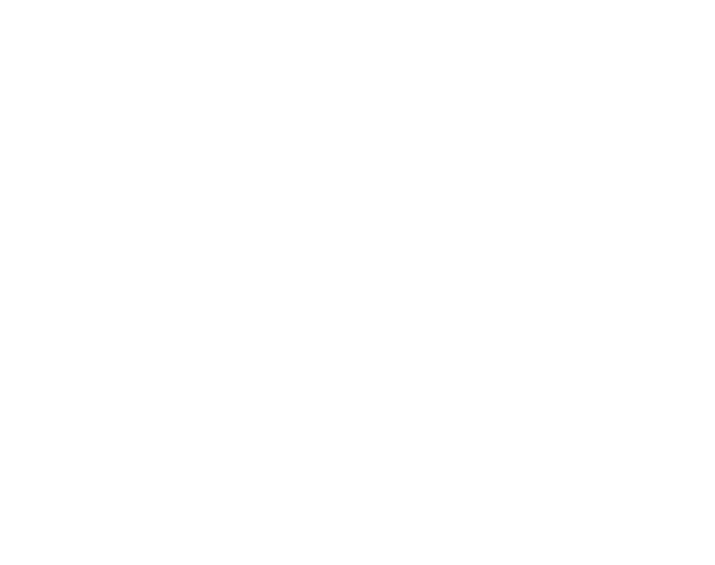
<source format=gbo>
G75*
%MOIN*%
%OFA0B0*%
%FSLAX24Y24*%
%IPPOS*%
%LPD*%
%AMOC8*
5,1,8,0,0,1.08239X$1,22.5*
%
%ADD10R,0.0157X0.0039*%
%ADD11R,0.0315X0.0039*%
%ADD12R,0.0433X0.0039*%
%ADD13R,0.0197X0.0039*%
%ADD14R,0.0512X0.0039*%
%ADD15R,0.0591X0.0039*%
%ADD16R,0.0669X0.0039*%
%ADD17R,0.0748X0.0039*%
%ADD18R,0.0630X0.0039*%
%ADD19R,0.0787X0.0039*%
%ADD20R,0.0866X0.0039*%
%ADD21R,0.0945X0.0039*%
%ADD22R,0.0827X0.0039*%
%ADD23R,0.1024X0.0039*%
%ADD24R,0.0906X0.0039*%
%ADD25R,0.1063X0.0039*%
%ADD26R,0.1457X0.0039*%
%ADD27R,0.1417X0.0039*%
%ADD28R,0.0709X0.0039*%
%ADD29R,0.1142X0.0039*%
%ADD30R,0.1220X0.0039*%
%ADD31R,0.1102X0.0039*%
%ADD32R,0.1299X0.0039*%
%ADD33R,0.1339X0.0039*%
%ADD34R,0.0984X0.0039*%
%ADD35R,0.1378X0.0039*%
%ADD36R,0.0394X0.0039*%
%ADD37R,0.0551X0.0039*%
%ADD38R,0.1181X0.0039*%
%ADD39R,0.0354X0.0039*%
%ADD40R,0.1260X0.0039*%
%ADD41R,0.0276X0.0039*%
%ADD42R,0.0472X0.0039*%
%ADD43R,0.1496X0.0039*%
%ADD44R,0.1575X0.0039*%
%ADD45R,0.1614X0.0039*%
%ADD46R,0.1693X0.0039*%
%ADD47R,0.1772X0.0039*%
%ADD48R,0.1654X0.0039*%
%ADD49R,0.1811X0.0039*%
%ADD50R,0.1890X0.0039*%
%ADD51R,0.1969X0.0039*%
%ADD52R,0.1850X0.0039*%
%ADD53R,0.2087X0.0039*%
%ADD54R,0.1929X0.0039*%
%ADD55R,0.2126X0.0039*%
%ADD56R,0.2205X0.0039*%
%ADD57R,0.2323X0.0039*%
%ADD58R,0.2165X0.0039*%
%ADD59R,0.2441X0.0039*%
%ADD60R,0.2520X0.0039*%
%ADD61R,0.2638X0.0039*%
%ADD62R,0.4016X0.0039*%
%ADD63R,0.2559X0.0039*%
%ADD64R,0.4055X0.0039*%
%ADD65R,0.2677X0.0039*%
%ADD66R,0.4134X0.0039*%
%ADD67R,0.4213X0.0039*%
%ADD68R,0.4094X0.0039*%
%ADD69R,0.4252X0.0039*%
%ADD70R,0.4291X0.0039*%
%ADD71R,0.4331X0.0039*%
%ADD72R,0.4370X0.0039*%
%ADD73R,0.4409X0.0039*%
%ADD74R,0.4449X0.0039*%
%ADD75R,0.4488X0.0039*%
%ADD76R,0.4528X0.0039*%
%ADD77R,0.4567X0.0039*%
%ADD78R,0.4606X0.0039*%
%ADD79R,0.4646X0.0039*%
%ADD80R,0.2283X0.0039*%
%ADD81R,0.1732X0.0039*%
%ADD82R,0.2047X0.0039*%
%ADD83R,0.2008X0.0039*%
%ADD84R,0.0039X0.0039*%
%ADD85R,0.0079X0.0039*%
%ADD86R,0.0118X0.0039*%
%ADD87R,0.4685X0.0039*%
%ADD88R,0.2244X0.0039*%
%ADD89R,0.2362X0.0039*%
%ADD90R,0.2756X0.0039*%
%ADD91R,0.2598X0.0039*%
%ADD92R,0.1535X0.0039*%
%ADD93R,0.2913X0.0039*%
%ADD94R,0.3071X0.0039*%
%ADD95R,0.3189X0.0039*%
%ADD96R,0.3307X0.0039*%
%ADD97R,0.3465X0.0039*%
%ADD98R,0.3622X0.0039*%
%ADD99R,0.3740X0.0039*%
%ADD100R,0.3858X0.0039*%
%ADD101R,0.4803X0.0039*%
%ADD102R,0.4961X0.0039*%
%ADD103R,0.5118X0.0039*%
%ADD104R,0.5236X0.0039*%
%ADD105R,0.5354X0.0039*%
%ADD106R,0.5512X0.0039*%
%ADD107R,0.5669X0.0039*%
%ADD108R,0.5787X0.0039*%
%ADD109R,0.5906X0.0039*%
%ADD110R,0.6063X0.0039*%
%ADD111R,0.6181X0.0039*%
%ADD112R,0.6339X0.0039*%
%ADD113R,0.6457X0.0039*%
%ADD114R,0.6614X0.0039*%
%ADD115R,0.6732X0.0039*%
%ADD116R,0.6890X0.0039*%
%ADD117R,0.7008X0.0039*%
%ADD118R,0.7165X0.0039*%
%ADD119R,0.7283X0.0039*%
%ADD120R,0.7402X0.0039*%
%ADD121R,0.7559X0.0039*%
%ADD122R,0.3543X0.0039*%
%ADD123R,0.0236X0.0039*%
%ADD124R,0.3425X0.0039*%
%ADD125R,0.3504X0.0039*%
%ADD126R,0.3583X0.0039*%
%ADD127R,0.2480X0.0039*%
%ADD128R,0.2835X0.0039*%
%ADD129R,0.2953X0.0039*%
%ADD130R,0.3661X0.0039*%
%ADD131R,0.7441X0.0039*%
%ADD132R,0.7323X0.0039*%
%ADD133R,0.7047X0.0039*%
%ADD134R,0.6772X0.0039*%
%ADD135R,0.6496X0.0039*%
%ADD136R,0.6220X0.0039*%
%ADD137R,0.5945X0.0039*%
%ADD138R,0.5827X0.0039*%
%ADD139R,0.5394X0.0039*%
%ADD140R,0.5276X0.0039*%
%ADD141R,0.4843X0.0039*%
%ADD142R,0.4724X0.0039*%
%ADD143R,0.4173X0.0039*%
%ADD144R,0.3898X0.0039*%
%ADD145R,0.3780X0.0039*%
%ADD146R,0.2795X0.0039*%
%ADD147R,0.3346X0.0039*%
%ADD148R,0.3228X0.0039*%
%ADD149R,0.2402X0.0039*%
%ADD150R,0.2874X0.0039*%
%ADD151R,0.3031X0.0039*%
%ADD152R,0.3110X0.0039*%
%ADD153R,0.3268X0.0039*%
%ADD154R,0.3819X0.0039*%
%ADD155R,0.3976X0.0039*%
%ADD156R,0.5197X0.0039*%
%ADD157R,0.5000X0.0039*%
%ADD158R,0.4921X0.0039*%
%ADD159R,0.4764X0.0039*%
%ADD160R,0.5157X0.0039*%
%ADD161R,0.3701X0.0039*%
%ADD162R,0.2717X0.0039*%
%ADD163R,0.5039X0.0039*%
D10*
X015711Y012778D03*
X018703Y003211D03*
D11*
X018703Y003250D03*
X017994Y003368D03*
X018073Y004156D03*
X018073Y004195D03*
X018073Y004234D03*
X018073Y004274D03*
X018073Y004510D03*
X018073Y004549D03*
X018073Y004589D03*
X018073Y004628D03*
X018073Y004668D03*
X018624Y004589D03*
X018624Y004549D03*
X018624Y004510D03*
X018624Y004471D03*
X018624Y004116D03*
X018624Y004077D03*
X018624Y004038D03*
X022994Y009707D03*
X022994Y009746D03*
X022994Y009786D03*
X022994Y009825D03*
X022994Y009864D03*
X022994Y009904D03*
X022994Y009943D03*
X022994Y009983D03*
X016262Y013132D03*
X014412Y015297D03*
X014372Y015376D03*
X014333Y015455D03*
X014412Y017227D03*
X014451Y017305D03*
X014490Y017345D03*
X016105Y020140D03*
X016144Y020219D03*
X016183Y020297D03*
X011183Y020376D03*
X011105Y020258D03*
X009490Y017463D03*
X009451Y017384D03*
X009412Y017305D03*
X009333Y015337D03*
X009412Y015219D03*
X010986Y012502D03*
X011026Y012423D03*
X013703Y010101D03*
X013703Y010061D03*
X013703Y010022D03*
X013703Y009983D03*
X013703Y009943D03*
X013703Y009904D03*
X013703Y009864D03*
X013703Y009825D03*
X013703Y009786D03*
D12*
X013762Y009510D03*
X013762Y009471D03*
X013762Y010297D03*
X013841Y010927D03*
X011242Y012148D03*
X010888Y012738D03*
X010888Y012778D03*
X009589Y014983D03*
X009234Y015573D03*
X009234Y015612D03*
X009353Y017109D03*
X009353Y017148D03*
X009668Y017699D03*
X009707Y017738D03*
X011006Y019983D03*
X011006Y020022D03*
X011360Y020612D03*
X014589Y017620D03*
X014589Y017581D03*
X014116Y015731D03*
X014156Y015691D03*
X014471Y015140D03*
X014471Y015101D03*
X015888Y019864D03*
X015927Y019904D03*
X016242Y020455D03*
X016242Y020494D03*
X016990Y020573D03*
X022935Y010179D03*
X022935Y009392D03*
X022935Y009353D03*
X018683Y004825D03*
X018014Y004904D03*
X018014Y004943D03*
X018014Y003998D03*
X017975Y003408D03*
X018723Y003290D03*
X018683Y003880D03*
X010809Y004195D03*
X010809Y004234D03*
X010809Y004274D03*
X010809Y004313D03*
X010809Y004353D03*
X010809Y004392D03*
X010809Y004431D03*
X010809Y004471D03*
X010809Y004510D03*
X010809Y004549D03*
X010809Y004589D03*
X010809Y004628D03*
X010809Y004668D03*
X010809Y004707D03*
X010809Y004746D03*
X010809Y004786D03*
X010809Y004825D03*
X010809Y004864D03*
X010809Y004904D03*
X010809Y004943D03*
X010809Y004983D03*
X010809Y005022D03*
X010809Y005061D03*
X010809Y005101D03*
X010809Y005140D03*
X010809Y005179D03*
X010809Y005219D03*
X010809Y005258D03*
X010809Y005297D03*
X010809Y005337D03*
X010809Y005376D03*
X010809Y005416D03*
X010809Y005455D03*
X010809Y005494D03*
X010809Y005534D03*
X010809Y005573D03*
X010809Y005612D03*
X009825Y005612D03*
X009825Y005573D03*
X009825Y005534D03*
X009825Y005494D03*
X009825Y005455D03*
X009825Y005416D03*
X009825Y005376D03*
X009825Y005337D03*
X009825Y005297D03*
X009825Y005258D03*
X009825Y005219D03*
X009825Y005179D03*
X009825Y005140D03*
X009825Y005101D03*
X009825Y005061D03*
X009825Y005022D03*
X009825Y004983D03*
X009825Y004943D03*
X009825Y004904D03*
X009825Y004864D03*
X009825Y004825D03*
X009825Y004786D03*
X009825Y004746D03*
X009825Y004707D03*
X009825Y004668D03*
X009825Y004628D03*
X009825Y004589D03*
X009825Y004549D03*
X009825Y004510D03*
X009825Y004471D03*
X009825Y004431D03*
X009825Y004392D03*
X009825Y004353D03*
X009825Y004313D03*
X009825Y004274D03*
X009825Y004234D03*
X009825Y004195D03*
X007148Y004195D03*
X007148Y004234D03*
X007148Y004274D03*
X007148Y004313D03*
X007148Y004353D03*
X007148Y004392D03*
X007148Y004431D03*
X007148Y004471D03*
X007148Y004510D03*
X007148Y004549D03*
X007148Y004589D03*
X007148Y004628D03*
X007148Y004668D03*
X007148Y004707D03*
X007148Y004746D03*
X007148Y004786D03*
X007148Y004825D03*
X007148Y004864D03*
X007148Y004904D03*
X007148Y004943D03*
X007148Y004983D03*
X007148Y005022D03*
X007148Y005061D03*
X007148Y005101D03*
X007148Y005140D03*
X007148Y005179D03*
X007148Y005219D03*
X007148Y005258D03*
X007148Y005297D03*
X007148Y005337D03*
X007148Y005376D03*
X007148Y005416D03*
X007148Y005455D03*
X007148Y005494D03*
X007148Y005534D03*
X007148Y005573D03*
X007148Y005612D03*
X007148Y005652D03*
X007148Y005691D03*
X007148Y005731D03*
X007148Y005770D03*
X007148Y005809D03*
X007148Y005849D03*
X007148Y005888D03*
X007148Y005927D03*
X007148Y005967D03*
X007148Y006006D03*
X007148Y006046D03*
X007148Y006085D03*
X007148Y006124D03*
X007502Y006951D03*
X007502Y006990D03*
X007502Y007030D03*
X007502Y007069D03*
X007502Y007109D03*
X007502Y007148D03*
X007502Y007187D03*
X007502Y007227D03*
X007502Y007266D03*
X007502Y007305D03*
X007502Y007345D03*
X007502Y007384D03*
X007502Y007423D03*
X007502Y007463D03*
X007502Y007502D03*
X007502Y007542D03*
X007502Y007581D03*
X007502Y007620D03*
X007502Y007660D03*
X007502Y007699D03*
X007502Y007738D03*
X007502Y007778D03*
X007502Y007817D03*
X007502Y007857D03*
X007502Y007896D03*
X007502Y007935D03*
X007502Y007975D03*
X007502Y008014D03*
X007502Y008053D03*
X007502Y008093D03*
X008250Y007502D03*
X008250Y007463D03*
X009825Y007463D03*
X009825Y007502D03*
X009825Y007542D03*
X009825Y007581D03*
X009825Y007620D03*
X009825Y007660D03*
X009825Y007699D03*
X009825Y007738D03*
X009825Y007778D03*
X009825Y007817D03*
X009825Y007857D03*
X009825Y007896D03*
X009825Y007935D03*
X009825Y007975D03*
X009825Y008014D03*
X009825Y008053D03*
X009825Y008093D03*
X009825Y008132D03*
X009825Y008171D03*
X009825Y008211D03*
X009825Y008250D03*
X009825Y008290D03*
X009825Y008329D03*
X009825Y008368D03*
X009825Y008408D03*
X009825Y008447D03*
X009825Y008486D03*
X009825Y008526D03*
X009825Y008565D03*
X009825Y008605D03*
X009825Y008644D03*
X009825Y008683D03*
X009825Y008723D03*
X009825Y008762D03*
X009825Y008801D03*
X009825Y008841D03*
X009825Y008880D03*
X010809Y008880D03*
X010809Y008841D03*
X010809Y008801D03*
X010809Y008762D03*
X010809Y008723D03*
X010809Y008683D03*
X010809Y008644D03*
X010809Y008605D03*
X010809Y008565D03*
X010809Y008526D03*
X010809Y008486D03*
X010809Y008447D03*
X010809Y008408D03*
X010809Y008368D03*
X010809Y008329D03*
X010809Y008290D03*
X010809Y008250D03*
X010809Y008211D03*
X010809Y008171D03*
X010809Y008132D03*
X010809Y008093D03*
X010809Y008053D03*
X010809Y008014D03*
X010809Y007975D03*
X010809Y007935D03*
X010809Y007896D03*
X010809Y007857D03*
X010809Y007817D03*
X010809Y007778D03*
X010809Y007738D03*
X010809Y007699D03*
X010809Y007660D03*
X010809Y007620D03*
X010809Y007581D03*
X010809Y007542D03*
X010809Y007502D03*
X010809Y007463D03*
X007502Y009392D03*
X003762Y008880D03*
X003762Y008841D03*
X003762Y008801D03*
X003762Y008762D03*
X003762Y008723D03*
X003762Y008683D03*
X003762Y008644D03*
X003762Y008605D03*
X003762Y008565D03*
X003762Y008526D03*
X003762Y008486D03*
X003762Y008447D03*
X003762Y008408D03*
X003762Y008368D03*
X003762Y008329D03*
X003762Y008290D03*
X003762Y008250D03*
X003762Y008211D03*
X003762Y008171D03*
X003762Y008132D03*
X003762Y008093D03*
X003762Y008053D03*
X003762Y008014D03*
X003762Y007975D03*
X003762Y007935D03*
X003762Y007896D03*
X003762Y007857D03*
X003762Y007817D03*
X003762Y007778D03*
X003762Y007738D03*
X003762Y007699D03*
X003762Y007660D03*
X003762Y007620D03*
X003762Y007581D03*
X003762Y007542D03*
X003762Y007502D03*
X003762Y007463D03*
X002778Y007463D03*
X002778Y007502D03*
X002778Y007542D03*
X002778Y007581D03*
X002778Y007620D03*
X002778Y007660D03*
X002778Y007699D03*
X002778Y007738D03*
X002778Y007778D03*
X002778Y007817D03*
X002778Y007857D03*
X002778Y007896D03*
X002778Y007935D03*
X002778Y007975D03*
X002778Y008014D03*
X002778Y008053D03*
X002778Y008093D03*
X002778Y008132D03*
X002778Y008171D03*
X002778Y008211D03*
X002778Y008250D03*
X002778Y008290D03*
X002778Y008329D03*
X002778Y008368D03*
X002778Y008408D03*
X002778Y008447D03*
X002778Y008486D03*
X002778Y008526D03*
X002778Y008565D03*
X002778Y008605D03*
X002778Y008644D03*
X002778Y008683D03*
X002778Y008723D03*
X002778Y008762D03*
X002778Y008801D03*
X002778Y008841D03*
X002778Y008880D03*
D13*
X008250Y007227D03*
X008250Y007187D03*
X016242Y013093D03*
X018014Y003329D03*
D14*
X017935Y003447D03*
X017975Y003959D03*
X018723Y003841D03*
X018762Y003329D03*
X018723Y004943D03*
X017975Y005061D03*
X018447Y008880D03*
X015691Y012935D03*
X014510Y014983D03*
X014116Y016912D03*
X014628Y017738D03*
X016282Y020612D03*
X016990Y020534D03*
X016990Y020494D03*
X011479Y020691D03*
X009786Y017817D03*
X009313Y017030D03*
X011360Y012030D03*
X013801Y010376D03*
X013801Y009353D03*
X013801Y009313D03*
X008959Y009313D03*
X008959Y009274D03*
X007542Y009274D03*
X007542Y009234D03*
X008250Y007620D03*
X008250Y007581D03*
X008250Y007542D03*
X005809Y009274D03*
X005809Y009313D03*
X005297Y008329D03*
X005297Y008290D03*
X005258Y008250D03*
X005258Y008211D03*
X005219Y008171D03*
X005219Y008132D03*
X005179Y008093D03*
X005179Y008053D03*
X005140Y008014D03*
X004628Y007069D03*
X004628Y007030D03*
X022896Y009234D03*
X022896Y010258D03*
D15*
X021951Y010258D03*
X021872Y010219D03*
X021754Y010140D03*
X022857Y009116D03*
X018762Y005061D03*
X017935Y005140D03*
X017109Y003959D03*
X017030Y003998D03*
X016951Y004038D03*
X016872Y004077D03*
X016833Y004116D03*
X018762Y003368D03*
X019668Y003880D03*
X019786Y003959D03*
X013841Y009234D03*
X014746Y010376D03*
X014864Y010297D03*
X014943Y010258D03*
X014983Y010219D03*
X015652Y012975D03*
X016321Y013250D03*
X014510Y014904D03*
X014510Y014943D03*
X013959Y015849D03*
X014628Y017817D03*
X015731Y019746D03*
X016282Y020652D03*
X016282Y020691D03*
X016990Y020455D03*
X016990Y020416D03*
X009313Y016951D03*
X011479Y011951D03*
X008920Y009116D03*
X008920Y009077D03*
X007581Y009077D03*
X007581Y009038D03*
X008250Y007699D03*
X008250Y007660D03*
X005770Y009116D03*
X005770Y009156D03*
X004668Y007187D03*
X004668Y007148D03*
D16*
X004707Y007305D03*
X004707Y007345D03*
X005731Y008959D03*
X005731Y008998D03*
X007620Y008920D03*
X007620Y008880D03*
X007620Y008841D03*
X008250Y007778D03*
X008250Y007738D03*
X008880Y008880D03*
X008880Y008920D03*
X012148Y006124D03*
X012148Y003683D03*
X016715Y004195D03*
X017896Y003526D03*
X018801Y003408D03*
X018801Y005140D03*
X017896Y005219D03*
X013880Y009156D03*
X015101Y010140D03*
X016360Y013290D03*
X014510Y014864D03*
X014628Y017857D03*
X015691Y019707D03*
X016282Y020731D03*
X016990Y020376D03*
X016990Y020337D03*
X009786Y014825D03*
X010888Y012975D03*
X002975Y006124D03*
X002975Y003683D03*
X021597Y010022D03*
X021636Y010061D03*
X022069Y010297D03*
X022817Y010297D03*
X022817Y009038D03*
D17*
X022778Y008959D03*
X021479Y009943D03*
X018841Y005179D03*
X017857Y005297D03*
X017857Y003565D03*
X018841Y003447D03*
X020061Y004156D03*
X015179Y010061D03*
X013920Y009077D03*
X012148Y006085D03*
X012148Y003723D03*
X008250Y007857D03*
X007660Y008683D03*
X007660Y008723D03*
X008841Y008723D03*
X008841Y008683D03*
X005691Y008841D03*
X004746Y007502D03*
X004746Y007463D03*
X002975Y006085D03*
X002975Y003723D03*
X010888Y013014D03*
X009864Y014786D03*
X009234Y015888D03*
X009353Y016833D03*
X011006Y019707D03*
X015612Y019668D03*
X016990Y020297D03*
X016360Y013329D03*
D18*
X015593Y013014D03*
X013900Y010849D03*
X015042Y010179D03*
X013860Y009195D03*
X010868Y012935D03*
X009215Y015809D03*
X009333Y016912D03*
X009884Y017896D03*
X010986Y019786D03*
X011577Y020770D03*
X013979Y016833D03*
X013900Y015888D03*
X008900Y009038D03*
X008900Y008998D03*
X008900Y008959D03*
X007601Y008959D03*
X007601Y008998D03*
X005750Y009038D03*
X005750Y009077D03*
X004687Y007266D03*
X004687Y007227D03*
X016774Y004156D03*
X017916Y003486D03*
X019569Y003841D03*
X019845Y003998D03*
X019923Y004038D03*
X019963Y004077D03*
X018782Y005101D03*
X017916Y005179D03*
X021695Y010101D03*
X022797Y010731D03*
X022837Y009077D03*
D19*
X022758Y008920D03*
X021459Y009904D03*
X022719Y010652D03*
X018427Y008920D03*
X015238Y010022D03*
X013939Y010770D03*
X013939Y009038D03*
X010317Y009353D03*
X008821Y008644D03*
X008821Y008605D03*
X008821Y008565D03*
X008231Y007896D03*
X007679Y008565D03*
X007679Y008605D03*
X007679Y008644D03*
X005671Y008762D03*
X005671Y008801D03*
X004766Y007581D03*
X004766Y007542D03*
X003270Y006990D03*
X003270Y009353D03*
X010317Y006990D03*
X010317Y006085D03*
X010317Y003723D03*
X016577Y004313D03*
X017837Y005337D03*
X018860Y005219D03*
X020120Y004195D03*
X020160Y004234D03*
X018860Y003486D03*
D20*
X018900Y003526D03*
X020199Y004274D03*
X018900Y005258D03*
X017797Y005376D03*
X021341Y009825D03*
X022719Y010612D03*
X022719Y008880D03*
X013979Y010731D03*
X010908Y013053D03*
X010317Y009274D03*
X008782Y008447D03*
X008782Y008408D03*
X008782Y008368D03*
X008231Y008014D03*
X007719Y008408D03*
X007719Y008447D03*
X005632Y008605D03*
X005632Y008644D03*
X004805Y007738D03*
X004805Y007699D03*
X003270Y007069D03*
X003270Y009274D03*
X010317Y007069D03*
X010317Y006006D03*
X010317Y003801D03*
X009372Y016794D03*
X011026Y019668D03*
D21*
X014530Y017975D03*
X016420Y013408D03*
X014018Y010691D03*
X015435Y009864D03*
X017758Y005416D03*
X018939Y005297D03*
X020317Y004353D03*
X018939Y003565D03*
X017758Y003683D03*
X016380Y004471D03*
X021262Y009746D03*
X021301Y009786D03*
X022679Y010573D03*
X022679Y008841D03*
X010317Y009234D03*
X008742Y008250D03*
X007758Y008250D03*
X007758Y008290D03*
X005593Y008447D03*
X005593Y008486D03*
X004845Y007896D03*
X004845Y007857D03*
X003270Y007109D03*
X003270Y009234D03*
X010317Y007109D03*
X010317Y005967D03*
X010317Y003841D03*
D22*
X010297Y003762D03*
X012148Y003762D03*
X012148Y006046D03*
X010297Y006046D03*
X010297Y007030D03*
X008801Y008486D03*
X008801Y008526D03*
X008250Y007975D03*
X008250Y007935D03*
X007699Y008486D03*
X007699Y008526D03*
X005652Y008683D03*
X005652Y008723D03*
X004786Y007660D03*
X004786Y007620D03*
X003250Y007030D03*
X002975Y006046D03*
X002975Y003762D03*
X003250Y009313D03*
X009274Y015927D03*
X014471Y014786D03*
X016400Y013368D03*
X018447Y013801D03*
X015297Y009983D03*
X013959Y008998D03*
X010297Y009313D03*
X016479Y004392D03*
X016518Y004353D03*
X017817Y003605D03*
X021400Y009864D03*
X014589Y017935D03*
X016990Y020219D03*
X016990Y020258D03*
X016242Y020809D03*
D23*
X017010Y020061D03*
X018427Y013762D03*
X016459Y013447D03*
X015475Y009825D03*
X014057Y008920D03*
X010317Y009195D03*
X010317Y007148D03*
X010317Y005927D03*
X010317Y003880D03*
X004884Y007975D03*
X003270Y007148D03*
X003270Y009195D03*
X016301Y004549D03*
X016341Y004510D03*
X017719Y003723D03*
X018979Y003605D03*
X020396Y004431D03*
X022640Y008801D03*
X021223Y009707D03*
X022640Y010534D03*
D24*
X020258Y004313D03*
X017778Y003644D03*
X016439Y004431D03*
X012148Y003801D03*
X012148Y006006D03*
X013998Y008959D03*
X015337Y009943D03*
X015376Y009904D03*
X008762Y008329D03*
X008762Y008290D03*
X008250Y008053D03*
X007738Y008329D03*
X007738Y008368D03*
X005612Y008526D03*
X005612Y008565D03*
X004825Y007817D03*
X004825Y007778D03*
X002975Y006006D03*
X002975Y003801D03*
X010061Y017975D03*
X016990Y020140D03*
X016990Y020179D03*
D25*
X016990Y020022D03*
X014392Y014746D03*
X011006Y013093D03*
X014077Y010612D03*
X015494Y009786D03*
X012345Y009392D03*
X012345Y006951D03*
X012148Y005927D03*
X012148Y003880D03*
X018998Y003644D03*
X021164Y009668D03*
X002975Y005927D03*
X002975Y003880D03*
D26*
X001164Y003683D03*
X001164Y003723D03*
X001164Y003762D03*
X001164Y003801D03*
X001164Y003841D03*
X001164Y003880D03*
X001164Y003920D03*
X001164Y003959D03*
X001164Y003998D03*
X001164Y004038D03*
X001164Y004077D03*
X001164Y004116D03*
X001164Y004156D03*
X001164Y005652D03*
X001164Y005691D03*
X001164Y005731D03*
X001164Y005770D03*
X001164Y005809D03*
X001164Y005849D03*
X001164Y005888D03*
X001164Y005927D03*
X001164Y005967D03*
X001164Y006006D03*
X001164Y006046D03*
X001164Y006085D03*
X001164Y006124D03*
X002975Y005691D03*
X002975Y005652D03*
X002975Y004156D03*
X002975Y004116D03*
X004825Y004116D03*
X004825Y004077D03*
X004825Y004038D03*
X004825Y003998D03*
X004825Y003959D03*
X004825Y003920D03*
X004825Y003880D03*
X004825Y003841D03*
X004825Y003801D03*
X004825Y003762D03*
X004825Y003723D03*
X004825Y003683D03*
X004825Y004156D03*
X004825Y005652D03*
X004825Y005691D03*
X004825Y005731D03*
X004825Y005770D03*
X004825Y005809D03*
X004825Y005849D03*
X004825Y005888D03*
X004825Y005927D03*
X004825Y005967D03*
X004825Y006006D03*
X004825Y006046D03*
X004825Y006085D03*
X004825Y006124D03*
X008486Y004156D03*
X008486Y004116D03*
X008486Y004077D03*
X008486Y004038D03*
X008486Y003998D03*
X008486Y003959D03*
X008486Y003920D03*
X008486Y003880D03*
X008486Y003841D03*
X008486Y003801D03*
X008486Y003762D03*
X008486Y003723D03*
X008486Y003683D03*
X012148Y004077D03*
X012148Y004116D03*
X012148Y004156D03*
X012148Y005652D03*
X012148Y005691D03*
X012148Y005731D03*
X012148Y007345D03*
X012148Y007384D03*
X012148Y007423D03*
X012148Y008920D03*
X012148Y008959D03*
X012148Y008998D03*
X008486Y008093D03*
X015809Y009510D03*
X016557Y013644D03*
X020888Y009392D03*
X016990Y019668D03*
X016990Y019707D03*
D27*
X016538Y013605D03*
X018427Y013644D03*
X015750Y009549D03*
X014254Y010416D03*
X012168Y009038D03*
X012168Y007305D03*
X010317Y007345D03*
X010317Y007384D03*
X010317Y007423D03*
X010317Y008920D03*
X010317Y008959D03*
X010317Y008998D03*
X010317Y005731D03*
X010317Y005691D03*
X010317Y005652D03*
X010317Y004156D03*
X010317Y004116D03*
X010317Y004077D03*
X006656Y004077D03*
X006656Y004038D03*
X006656Y003998D03*
X006656Y003959D03*
X006656Y003920D03*
X006656Y003880D03*
X006656Y003841D03*
X006656Y003801D03*
X006656Y003762D03*
X006656Y003723D03*
X006656Y003683D03*
X006656Y004116D03*
X006656Y004156D03*
X003270Y007345D03*
X003270Y007384D03*
X003270Y007423D03*
X003270Y008920D03*
X003270Y008959D03*
X003270Y008998D03*
X002994Y005731D03*
X002994Y004077D03*
X016026Y004825D03*
X018427Y009077D03*
X020947Y009431D03*
X020671Y004707D03*
D28*
X020002Y004116D03*
X017876Y005258D03*
X016656Y004234D03*
X016616Y004274D03*
X013900Y009116D03*
X015160Y010101D03*
X013939Y010809D03*
X011577Y011912D03*
X010317Y009392D03*
X008860Y008841D03*
X008860Y008801D03*
X008860Y008762D03*
X008231Y007817D03*
X007640Y008762D03*
X007640Y008801D03*
X005711Y008880D03*
X005711Y008920D03*
X004727Y007423D03*
X004727Y007384D03*
X003270Y006951D03*
X002601Y005140D03*
X002601Y005101D03*
X002601Y005061D03*
X002601Y005022D03*
X002601Y004983D03*
X002601Y004943D03*
X002601Y004904D03*
X002601Y004864D03*
X002601Y004825D03*
X002601Y004786D03*
X002601Y004746D03*
X002601Y004707D03*
X002601Y004668D03*
X003270Y009392D03*
X009215Y015849D03*
X009333Y016872D03*
X009963Y017935D03*
X010986Y019746D03*
X011656Y020809D03*
X014609Y017896D03*
X013900Y016794D03*
X013821Y015927D03*
X014490Y014825D03*
X015514Y013053D03*
X021538Y009983D03*
X022758Y010691D03*
X022797Y008998D03*
X016262Y020770D03*
X010317Y006951D03*
X010317Y006124D03*
X010317Y003683D03*
D29*
X012148Y003920D03*
X012148Y005888D03*
X012305Y007030D03*
X012305Y009313D03*
X014116Y010573D03*
X018447Y008998D03*
X021124Y009628D03*
X022581Y010455D03*
X020455Y004510D03*
X019038Y003683D03*
X017660Y003801D03*
X002975Y003920D03*
X002975Y005888D03*
X016990Y019943D03*
X016990Y019983D03*
D30*
X016990Y019904D03*
X016990Y019864D03*
X016479Y013526D03*
X014156Y010534D03*
X015652Y009668D03*
X012266Y009234D03*
X012266Y007109D03*
X012148Y005849D03*
X012148Y003959D03*
X016164Y004668D03*
X017620Y003841D03*
X019077Y003723D03*
X021046Y009549D03*
X022542Y010416D03*
X004943Y005140D03*
X004943Y005101D03*
X004943Y005061D03*
X004943Y005022D03*
X004943Y004983D03*
X004943Y004943D03*
X004943Y004904D03*
X004943Y004864D03*
X004943Y004825D03*
X004943Y004786D03*
X004943Y004746D03*
X004943Y004707D03*
X004943Y004668D03*
X002975Y003959D03*
X001282Y004668D03*
X001282Y004707D03*
X001282Y004746D03*
X001282Y004786D03*
X001282Y004825D03*
X001282Y004864D03*
X001282Y004904D03*
X001282Y004943D03*
X001282Y004983D03*
X001282Y005022D03*
X001282Y005061D03*
X001282Y005101D03*
X001282Y005140D03*
X002975Y005849D03*
D31*
X003270Y007187D03*
X003270Y009156D03*
X010317Y009156D03*
X010317Y007187D03*
X010317Y005888D03*
X010317Y003920D03*
X012325Y006990D03*
X012325Y009353D03*
X015553Y009746D03*
X016459Y013486D03*
X022601Y010494D03*
X020435Y004471D03*
X017679Y003762D03*
X016262Y004589D03*
D32*
X017581Y003880D03*
X019116Y003762D03*
X021006Y009510D03*
X022502Y010376D03*
X018447Y013683D03*
X016518Y013565D03*
X012227Y009156D03*
X012227Y007187D03*
X012148Y005809D03*
X012148Y003998D03*
X002975Y003998D03*
X002975Y005809D03*
X016990Y019825D03*
D33*
X014215Y010455D03*
X015711Y009589D03*
X012207Y009116D03*
X012207Y007227D03*
X010317Y007305D03*
X010317Y005770D03*
X010317Y004038D03*
X010317Y009038D03*
X016105Y004746D03*
X019136Y003801D03*
X020593Y004628D03*
X020986Y009471D03*
X022483Y010337D03*
X003270Y009038D03*
X003270Y007305D03*
D34*
X002975Y005967D03*
X004864Y007935D03*
X005573Y008368D03*
X005573Y008408D03*
X002975Y003841D03*
X012148Y003841D03*
X012148Y005967D03*
X014038Y010652D03*
X018447Y008959D03*
X020337Y004392D03*
X016990Y020101D03*
D35*
X016990Y019786D03*
X016990Y019746D03*
X012187Y009077D03*
X012187Y007266D03*
X012148Y005770D03*
X012148Y004038D03*
X016046Y004786D03*
X017542Y003920D03*
X020612Y004668D03*
X002975Y004038D03*
X002975Y005770D03*
D36*
X010908Y012660D03*
X010908Y012699D03*
X011183Y012187D03*
X013821Y010967D03*
X013742Y010258D03*
X013742Y009589D03*
X013742Y009549D03*
X015750Y012857D03*
X014451Y015179D03*
X014451Y015219D03*
X014215Y015612D03*
X014175Y015652D03*
X014254Y017030D03*
X014294Y017069D03*
X014333Y017109D03*
X014569Y017542D03*
X015947Y019943D03*
X015986Y019983D03*
X016223Y020376D03*
X016223Y020416D03*
X011341Y020573D03*
X011301Y020534D03*
X011262Y020494D03*
X011026Y020061D03*
X009648Y017660D03*
X009609Y017620D03*
X009372Y017227D03*
X009372Y017187D03*
X009254Y015534D03*
X009490Y015101D03*
X009530Y015061D03*
X009569Y015022D03*
X018034Y004864D03*
X018034Y004825D03*
X018664Y004786D03*
X018664Y004746D03*
X018664Y004707D03*
X018034Y004038D03*
X018664Y003920D03*
X022955Y009431D03*
X022955Y009471D03*
X022955Y009510D03*
X022955Y010140D03*
X022876Y010849D03*
D37*
X022837Y010770D03*
X021813Y010179D03*
X022876Y009195D03*
X022876Y009156D03*
X018742Y005022D03*
X018742Y004983D03*
X017955Y005101D03*
X019727Y003920D03*
X013821Y009274D03*
X014805Y010337D03*
X013860Y010888D03*
X011420Y011990D03*
X010868Y012857D03*
X010868Y012896D03*
X009727Y014864D03*
X009687Y014904D03*
X009215Y015731D03*
X009215Y015770D03*
X009333Y016990D03*
X009845Y017857D03*
X010986Y019825D03*
X010986Y019864D03*
X011498Y020731D03*
X014609Y017778D03*
X014057Y016872D03*
X014018Y015809D03*
X015790Y019786D03*
X018427Y013841D03*
X008939Y009234D03*
X008939Y009195D03*
X008939Y009156D03*
X007561Y009156D03*
X007561Y009195D03*
X007561Y009116D03*
X005790Y009195D03*
X005790Y009234D03*
X004648Y007109D03*
D38*
X003270Y007227D03*
X003270Y009116D03*
X010317Y009116D03*
X010317Y007227D03*
X010317Y005849D03*
X010317Y003959D03*
X012286Y007069D03*
X012286Y009274D03*
X015593Y009707D03*
X018427Y013723D03*
X021105Y009589D03*
X020514Y004549D03*
X016223Y004628D03*
D39*
X018053Y004707D03*
X018053Y004746D03*
X018053Y004786D03*
X018644Y004668D03*
X018644Y004628D03*
X018644Y003998D03*
X018644Y003959D03*
X018053Y004077D03*
X018053Y004116D03*
X013723Y009628D03*
X013723Y009668D03*
X013723Y009707D03*
X013723Y009746D03*
X013723Y010140D03*
X013723Y010179D03*
X013723Y010219D03*
X011164Y012227D03*
X011124Y012266D03*
X011085Y012305D03*
X011085Y012345D03*
X011046Y012384D03*
X011006Y012463D03*
X010967Y012542D03*
X010927Y012581D03*
X010927Y012620D03*
X009471Y015140D03*
X009431Y015179D03*
X009392Y015258D03*
X009353Y015297D03*
X009313Y015376D03*
X009313Y015416D03*
X009274Y015455D03*
X009274Y015494D03*
X009392Y017266D03*
X009431Y017345D03*
X009471Y017423D03*
X009510Y017502D03*
X009549Y017542D03*
X009589Y017581D03*
X011046Y020101D03*
X011046Y020140D03*
X011085Y020179D03*
X011085Y020219D03*
X011124Y020297D03*
X011164Y020337D03*
X011203Y020416D03*
X011242Y020455D03*
X014549Y017502D03*
X014549Y017463D03*
X014510Y017423D03*
X014510Y017384D03*
X014431Y017266D03*
X014392Y017187D03*
X014353Y017148D03*
X014234Y015573D03*
X014274Y015534D03*
X014313Y015494D03*
X014353Y015416D03*
X014392Y015337D03*
X014431Y015258D03*
X016282Y013171D03*
X022975Y010101D03*
X022975Y010061D03*
X022975Y010022D03*
X022975Y009668D03*
X022975Y009628D03*
X022975Y009589D03*
X022975Y009549D03*
X016006Y020022D03*
X016046Y020061D03*
X016085Y020101D03*
X016124Y020179D03*
X016164Y020258D03*
X016203Y020337D03*
X016990Y020612D03*
X008250Y007423D03*
X008250Y007384D03*
D40*
X010317Y007266D03*
X010317Y005809D03*
X010317Y003998D03*
X012246Y007148D03*
X010317Y009077D03*
X012246Y009195D03*
X014175Y010494D03*
X015671Y009628D03*
X018427Y009038D03*
X016144Y004707D03*
X020553Y004589D03*
X003270Y007266D03*
X003270Y009077D03*
D41*
X008250Y007345D03*
X008250Y007305D03*
X008250Y007266D03*
X015731Y012817D03*
X016990Y020652D03*
X018093Y004471D03*
X018093Y004431D03*
X018093Y004392D03*
X018093Y004353D03*
X018093Y004313D03*
X018605Y004313D03*
X018605Y004274D03*
X018605Y004234D03*
X018605Y004195D03*
X018605Y004156D03*
X018605Y004353D03*
X018605Y004392D03*
X018605Y004431D03*
D42*
X018703Y004864D03*
X018703Y004904D03*
X017994Y004983D03*
X017994Y005022D03*
X013782Y009392D03*
X013782Y009431D03*
X013782Y010337D03*
X012640Y008880D03*
X012640Y008841D03*
X012640Y008801D03*
X012640Y008762D03*
X012640Y008723D03*
X012640Y008683D03*
X012640Y008644D03*
X012640Y008605D03*
X012640Y008565D03*
X012640Y008526D03*
X012640Y008486D03*
X012640Y008447D03*
X012640Y008408D03*
X012640Y008368D03*
X012640Y008329D03*
X012640Y008290D03*
X012640Y008250D03*
X012640Y008211D03*
X012640Y008171D03*
X012640Y008132D03*
X012640Y008093D03*
X012640Y008053D03*
X012640Y008014D03*
X012640Y007975D03*
X012640Y007935D03*
X012640Y007896D03*
X012640Y007857D03*
X012640Y007817D03*
X012640Y007778D03*
X012640Y007738D03*
X012640Y007699D03*
X012640Y007660D03*
X012640Y007620D03*
X012640Y007581D03*
X012640Y007542D03*
X012640Y007502D03*
X012640Y007463D03*
X011656Y007463D03*
X011656Y007502D03*
X011656Y007542D03*
X011656Y007581D03*
X011656Y007620D03*
X011656Y007660D03*
X011656Y007699D03*
X011656Y007738D03*
X011656Y007778D03*
X011656Y007817D03*
X011656Y007857D03*
X011656Y007896D03*
X011656Y007935D03*
X011656Y007975D03*
X011656Y008014D03*
X011656Y008053D03*
X011656Y008093D03*
X011656Y008132D03*
X011656Y008171D03*
X011656Y008211D03*
X011656Y008250D03*
X011656Y008290D03*
X011656Y008329D03*
X011656Y008368D03*
X011656Y008408D03*
X011656Y008447D03*
X011656Y008486D03*
X011656Y008526D03*
X011656Y008565D03*
X011656Y008605D03*
X011656Y008644D03*
X011656Y008683D03*
X011656Y008723D03*
X011656Y008762D03*
X011656Y008801D03*
X011656Y008841D03*
X011656Y008880D03*
X008979Y009353D03*
X008979Y009392D03*
X008979Y008053D03*
X008979Y008014D03*
X008979Y007975D03*
X008979Y007935D03*
X008979Y007896D03*
X008979Y007857D03*
X008979Y007817D03*
X008979Y007778D03*
X008979Y007738D03*
X008979Y007699D03*
X008979Y007660D03*
X008979Y007620D03*
X008979Y007581D03*
X008979Y007542D03*
X008979Y007502D03*
X008979Y007463D03*
X008979Y007423D03*
X008979Y007384D03*
X008979Y007345D03*
X008979Y007305D03*
X008979Y007266D03*
X008979Y007227D03*
X008979Y007187D03*
X008979Y007148D03*
X008979Y007109D03*
X008979Y007069D03*
X008979Y007030D03*
X008979Y006990D03*
X008979Y006951D03*
X008979Y006124D03*
X008979Y006085D03*
X008979Y006046D03*
X008979Y006006D03*
X008979Y005967D03*
X008979Y005927D03*
X008979Y005888D03*
X008979Y005849D03*
X008979Y005809D03*
X008979Y005770D03*
X008979Y005731D03*
X008979Y005691D03*
X008979Y005652D03*
X008979Y005612D03*
X008979Y005573D03*
X008979Y005534D03*
X008979Y005494D03*
X008979Y005455D03*
X008979Y005416D03*
X008979Y005376D03*
X008979Y005337D03*
X008979Y005297D03*
X008979Y005258D03*
X008979Y005219D03*
X008979Y005179D03*
X008979Y005140D03*
X008979Y005101D03*
X008979Y005061D03*
X008979Y005022D03*
X008979Y004983D03*
X008979Y004943D03*
X008979Y004904D03*
X008979Y004864D03*
X008979Y004825D03*
X008979Y004786D03*
X008979Y004746D03*
X008979Y004707D03*
X008979Y004668D03*
X008979Y004628D03*
X008979Y004589D03*
X008979Y004549D03*
X008979Y004510D03*
X008979Y004471D03*
X008979Y004431D03*
X008979Y004392D03*
X008979Y004353D03*
X008979Y004313D03*
X008979Y004274D03*
X008979Y004234D03*
X008979Y004195D03*
X011656Y004195D03*
X011656Y004234D03*
X011656Y004274D03*
X011656Y004313D03*
X011656Y004353D03*
X011656Y004392D03*
X012640Y004392D03*
X012640Y004431D03*
X012640Y004471D03*
X012640Y004510D03*
X012640Y004549D03*
X012640Y004589D03*
X012640Y004628D03*
X012640Y004668D03*
X012640Y004707D03*
X012640Y004746D03*
X012640Y004786D03*
X012640Y004825D03*
X012640Y004864D03*
X012640Y004904D03*
X012640Y004943D03*
X012640Y004983D03*
X012640Y005022D03*
X012640Y005061D03*
X012640Y005101D03*
X012640Y005140D03*
X012640Y005179D03*
X012640Y005219D03*
X012640Y005258D03*
X012640Y005297D03*
X012640Y005337D03*
X012640Y005376D03*
X012640Y005416D03*
X012640Y005455D03*
X012640Y005494D03*
X012640Y005534D03*
X012640Y005573D03*
X012640Y005612D03*
X011656Y005612D03*
X011656Y005573D03*
X011656Y005534D03*
X011656Y005494D03*
X011656Y005455D03*
X011656Y005416D03*
X012640Y004353D03*
X012640Y004313D03*
X012640Y004274D03*
X012640Y004234D03*
X012640Y004195D03*
X007522Y009313D03*
X007522Y009353D03*
X006695Y009353D03*
X006695Y009392D03*
X006695Y009313D03*
X006695Y009274D03*
X006695Y009234D03*
X006695Y009195D03*
X006695Y009156D03*
X006695Y009116D03*
X006695Y009077D03*
X006695Y009038D03*
X006695Y008998D03*
X006695Y008959D03*
X006695Y008920D03*
X006695Y008880D03*
X006695Y008841D03*
X006695Y008801D03*
X006695Y008762D03*
X006695Y008723D03*
X006695Y008683D03*
X006695Y008644D03*
X006695Y008605D03*
X006695Y008565D03*
X006695Y008526D03*
X006695Y008486D03*
X006695Y008447D03*
X006695Y008408D03*
X006695Y008368D03*
X006695Y008329D03*
X006695Y008290D03*
X006695Y008250D03*
X006695Y008211D03*
X006695Y008171D03*
X006695Y008132D03*
X006695Y008093D03*
X006695Y008053D03*
X006695Y008014D03*
X006695Y007975D03*
X006695Y007935D03*
X006695Y007896D03*
X006695Y007857D03*
X006695Y007817D03*
X006695Y007778D03*
X006695Y007738D03*
X006695Y007699D03*
X006695Y007660D03*
X006695Y007620D03*
X006695Y007581D03*
X006695Y007542D03*
X006695Y007502D03*
X006695Y007463D03*
X006695Y007423D03*
X006695Y007384D03*
X006695Y007345D03*
X006695Y007305D03*
X006695Y007266D03*
X006695Y007227D03*
X006695Y007187D03*
X006695Y007148D03*
X006695Y007109D03*
X006695Y007069D03*
X006695Y007030D03*
X006695Y006990D03*
X006695Y006951D03*
X005829Y006951D03*
X005829Y006990D03*
X005829Y007030D03*
X005829Y007069D03*
X005829Y007109D03*
X005829Y007148D03*
X005829Y007187D03*
X005829Y007227D03*
X005829Y007266D03*
X005829Y007305D03*
X005829Y007345D03*
X005829Y007384D03*
X005829Y007423D03*
X005829Y007463D03*
X005829Y007502D03*
X005829Y007542D03*
X005829Y007581D03*
X005829Y007620D03*
X005829Y007660D03*
X005829Y007699D03*
X005829Y007738D03*
X005829Y007778D03*
X005829Y007817D03*
X005829Y007857D03*
X005829Y007896D03*
X005829Y007935D03*
X005829Y007975D03*
X005829Y008014D03*
X005829Y008053D03*
X005829Y008093D03*
X005829Y008132D03*
X005829Y008171D03*
X005829Y008211D03*
X005829Y008250D03*
X005829Y008290D03*
X005829Y008329D03*
X005829Y009353D03*
X005829Y009392D03*
X004609Y009392D03*
X004609Y009353D03*
X004609Y009313D03*
X004609Y009274D03*
X004609Y009234D03*
X004609Y009195D03*
X004609Y009156D03*
X004609Y009116D03*
X004609Y009077D03*
X004609Y009038D03*
X004609Y008998D03*
X004609Y008959D03*
X004609Y008920D03*
X004609Y008880D03*
X004609Y008841D03*
X004609Y008801D03*
X004609Y008762D03*
X004609Y008723D03*
X004609Y008683D03*
X004609Y008644D03*
X004609Y008605D03*
X004609Y008565D03*
X004609Y008526D03*
X004609Y008486D03*
X004609Y008447D03*
X004609Y008408D03*
X004609Y008368D03*
X004609Y008329D03*
X004609Y008290D03*
X004609Y008250D03*
X004609Y008211D03*
X004609Y008171D03*
X004609Y008132D03*
X004609Y008093D03*
X004609Y008053D03*
X004609Y008014D03*
X004609Y006990D03*
X004609Y006951D03*
X005317Y005612D03*
X005317Y005573D03*
X005317Y005534D03*
X005317Y005494D03*
X005317Y005455D03*
X005317Y005416D03*
X005317Y005376D03*
X005317Y005337D03*
X005317Y005297D03*
X005317Y005258D03*
X005317Y005219D03*
X005317Y005179D03*
X005317Y004628D03*
X005317Y004589D03*
X005317Y004549D03*
X005317Y004510D03*
X005317Y004471D03*
X005317Y004431D03*
X005317Y004392D03*
X005317Y004353D03*
X005317Y004313D03*
X005317Y004274D03*
X005317Y004234D03*
X005317Y004195D03*
X003467Y004195D03*
X003467Y004234D03*
X003467Y004274D03*
X003467Y004313D03*
X003467Y004353D03*
X003467Y004392D03*
X003467Y004431D03*
X003467Y004471D03*
X003467Y004510D03*
X003467Y004549D03*
X003467Y004589D03*
X003467Y004628D03*
X003467Y004668D03*
X003467Y004707D03*
X003467Y004746D03*
X003467Y004786D03*
X003467Y004825D03*
X003467Y004864D03*
X003467Y004904D03*
X003467Y004943D03*
X003467Y004983D03*
X003467Y005022D03*
X003467Y005061D03*
X003467Y005101D03*
X003467Y005140D03*
X003467Y005179D03*
X003467Y005219D03*
X003467Y005258D03*
X003467Y005297D03*
X003467Y005337D03*
X003467Y005376D03*
X003467Y005416D03*
X003467Y005455D03*
X003467Y005494D03*
X003467Y005534D03*
X003467Y005573D03*
X003467Y005612D03*
X002483Y005612D03*
X002483Y005573D03*
X002483Y005534D03*
X002483Y005494D03*
X002483Y005455D03*
X002483Y005416D03*
X001656Y005416D03*
X001656Y005455D03*
X001656Y005494D03*
X001656Y005534D03*
X001656Y005573D03*
X001656Y005612D03*
X001656Y005376D03*
X001656Y005337D03*
X001656Y005297D03*
X001656Y005258D03*
X001656Y005219D03*
X001656Y005179D03*
X001656Y004628D03*
X001656Y004589D03*
X001656Y004549D03*
X001656Y004510D03*
X001656Y004471D03*
X001656Y004431D03*
X001656Y004392D03*
X001656Y004353D03*
X001656Y004313D03*
X001656Y004274D03*
X001656Y004234D03*
X001656Y004195D03*
X002483Y004195D03*
X002483Y004234D03*
X002483Y004274D03*
X002483Y004313D03*
X002483Y004353D03*
X002483Y004392D03*
X002483Y004431D03*
X002483Y004471D03*
X002483Y004510D03*
X002483Y004549D03*
X002483Y004589D03*
X002483Y004628D03*
X010868Y012817D03*
X011262Y012109D03*
X011301Y012069D03*
X009648Y014943D03*
X009215Y015652D03*
X009215Y015691D03*
X009333Y017069D03*
X009727Y017778D03*
X010986Y019904D03*
X010986Y019943D03*
X011420Y020652D03*
X014609Y017699D03*
X014609Y017660D03*
X014215Y016990D03*
X014175Y016951D03*
X014057Y015770D03*
X014490Y015061D03*
X014490Y015022D03*
X016301Y013211D03*
X015750Y012896D03*
X015829Y019825D03*
X016262Y020534D03*
X016262Y020573D03*
X022837Y010809D03*
X022916Y010219D03*
X022916Y009313D03*
X022916Y009274D03*
D43*
X020711Y004746D03*
X015986Y004864D03*
X015829Y009471D03*
D44*
X015868Y009431D03*
X018427Y013605D03*
X016577Y013683D03*
X020829Y009313D03*
X020750Y004786D03*
X015947Y004904D03*
D45*
X020770Y004825D03*
X016990Y019549D03*
D46*
X016990Y019510D03*
X016990Y019471D03*
X016597Y013723D03*
X018447Y013565D03*
X015927Y009353D03*
X018447Y009156D03*
X015888Y004983D03*
X020809Y004864D03*
D47*
X020849Y004904D03*
X017345Y006597D03*
X017345Y006636D03*
X017345Y007148D03*
X017345Y007187D03*
X017345Y007227D03*
X015967Y009313D03*
X014431Y007699D03*
X014431Y007660D03*
X014431Y007620D03*
X014431Y007581D03*
X014431Y007542D03*
X014431Y007384D03*
X014431Y007345D03*
X014431Y007305D03*
X014431Y007266D03*
X014431Y007227D03*
X014431Y007187D03*
X015849Y005022D03*
X016990Y019392D03*
X016990Y019431D03*
D48*
X015908Y009392D03*
X015908Y004943D03*
X020790Y009274D03*
D49*
X020711Y009195D03*
X018427Y009195D03*
X017325Y007305D03*
X017325Y007266D03*
X017325Y006557D03*
X014451Y007109D03*
X014451Y007148D03*
X014451Y007738D03*
X014451Y007778D03*
X020868Y004943D03*
D50*
X020908Y004983D03*
X017286Y006479D03*
X017286Y007423D03*
X017286Y007463D03*
X014490Y007857D03*
X014490Y006951D03*
X014490Y006912D03*
X013467Y011990D03*
X013546Y012423D03*
X013506Y012502D03*
X011892Y015297D03*
X011853Y015376D03*
X011813Y015455D03*
X011931Y017305D03*
X011971Y017384D03*
X012010Y017463D03*
X013585Y020140D03*
X013624Y020219D03*
X013624Y020258D03*
X013664Y020297D03*
D51*
X013703Y020416D03*
X013546Y020061D03*
X012049Y017542D03*
X011892Y017187D03*
X011774Y015534D03*
X011931Y015179D03*
X010986Y013920D03*
X011026Y013841D03*
X013427Y012660D03*
X013585Y012345D03*
X013585Y012305D03*
X014412Y013880D03*
X014372Y013959D03*
X014294Y014077D03*
X015632Y015691D03*
X015593Y015770D03*
X015553Y015849D03*
X015514Y015967D03*
X015514Y016006D03*
X015514Y016557D03*
X015514Y016597D03*
X015553Y016715D03*
X015593Y016794D03*
X015632Y016872D03*
X018349Y016872D03*
X018388Y016794D03*
X018427Y016715D03*
X018467Y016597D03*
X018467Y016557D03*
X018506Y016321D03*
X018506Y016282D03*
X018506Y016242D03*
X018467Y015967D03*
X018427Y015849D03*
X018388Y015770D03*
X018349Y015691D03*
X018427Y013486D03*
X018427Y009234D03*
X017246Y007581D03*
X017246Y006439D03*
X015750Y005140D03*
X014530Y006794D03*
X014530Y006833D03*
X014530Y007896D03*
X020947Y005022D03*
D52*
X017305Y006518D03*
X017305Y007345D03*
X017305Y007384D03*
X016006Y009274D03*
X014471Y007817D03*
X014471Y007069D03*
X014471Y007030D03*
X014471Y006990D03*
X015809Y005061D03*
X020691Y009156D03*
X018447Y013526D03*
X016636Y013801D03*
X016990Y019313D03*
X016990Y019353D03*
D53*
X016990Y019156D03*
X016990Y019116D03*
X015809Y017069D03*
X018171Y017069D03*
X016715Y013920D03*
X014471Y013723D03*
X014471Y013683D03*
X014116Y014274D03*
X013368Y012778D03*
X013644Y012187D03*
X013644Y012148D03*
X011282Y013526D03*
X011242Y013565D03*
X011203Y013605D03*
X010888Y014156D03*
X010888Y014195D03*
X011990Y015061D03*
X011715Y015652D03*
X011833Y017069D03*
X012109Y017660D03*
X013486Y019943D03*
X013762Y020534D03*
X018447Y009274D03*
X017187Y007699D03*
X016085Y009156D03*
X014589Y006675D03*
X015731Y005179D03*
X020967Y005061D03*
D54*
X017266Y007502D03*
X017266Y007542D03*
X016046Y009234D03*
X014510Y006872D03*
X015770Y005101D03*
X020652Y009116D03*
X016675Y013841D03*
X013486Y012581D03*
X013486Y012542D03*
X013447Y012620D03*
X013526Y012463D03*
X013565Y012384D03*
X013526Y012030D03*
X013408Y011951D03*
X013329Y011912D03*
X011912Y015219D03*
X011912Y015258D03*
X011872Y015337D03*
X011833Y015416D03*
X011794Y015494D03*
X011912Y017227D03*
X011912Y017266D03*
X011951Y017345D03*
X011990Y017423D03*
X012030Y017502D03*
X013565Y020101D03*
X013605Y020179D03*
X013683Y020337D03*
X013683Y020376D03*
X016990Y019274D03*
X008250Y008211D03*
X008250Y008171D03*
X008250Y008132D03*
D55*
X013349Y012817D03*
X014490Y013605D03*
X014490Y013644D03*
X014097Y014313D03*
X014057Y014353D03*
X012010Y015022D03*
X011695Y015691D03*
X011813Y017030D03*
X012128Y017699D03*
X013467Y019904D03*
X013782Y020573D03*
X010868Y014234D03*
X017168Y007738D03*
X014609Y006636D03*
X020593Y009038D03*
X020986Y005101D03*
X018427Y013447D03*
D56*
X016734Y013959D03*
X014018Y014392D03*
X013349Y012857D03*
X011380Y013447D03*
X010868Y014313D03*
X011695Y015731D03*
X013467Y019864D03*
X017010Y019038D03*
X014648Y006557D03*
X015671Y005258D03*
X021026Y005140D03*
D57*
X021046Y005179D03*
X016164Y009038D03*
X014707Y006479D03*
X015652Y005297D03*
X012738Y011675D03*
X011479Y013368D03*
X012069Y014904D03*
X014510Y013447D03*
X012187Y017817D03*
X016990Y018920D03*
X016990Y018959D03*
D58*
X016990Y019077D03*
X013801Y020612D03*
X012148Y017738D03*
X012030Y014983D03*
X010888Y014274D03*
X011321Y013486D03*
X012778Y011636D03*
X014510Y013526D03*
X014510Y013565D03*
X016124Y009116D03*
X017148Y007778D03*
X014628Y006597D03*
X015691Y005219D03*
X020573Y008998D03*
D59*
X020514Y008880D03*
X021065Y005219D03*
X016183Y008998D03*
X014766Y006439D03*
X015632Y005337D03*
X014490Y013368D03*
X012089Y014864D03*
X010908Y014471D03*
X012207Y017857D03*
X013860Y020731D03*
D60*
X017010Y018762D03*
X011734Y016872D03*
X018427Y013329D03*
X018427Y009392D03*
X021065Y005258D03*
D61*
X021085Y005297D03*
X018447Y009431D03*
X012109Y014825D03*
X011597Y015888D03*
X011715Y016833D03*
X013368Y019707D03*
X013880Y020770D03*
X016990Y018683D03*
X016990Y018644D03*
D62*
X017010Y017463D03*
X018427Y012896D03*
X018427Y009825D03*
X016223Y005455D03*
X020475Y005337D03*
D63*
X015612Y005376D03*
X014431Y013329D03*
X012227Y017896D03*
X016990Y018723D03*
D64*
X016990Y017423D03*
X016990Y015140D03*
X016990Y015101D03*
X015573Y008880D03*
X020494Y005376D03*
D65*
X015632Y005416D03*
X012719Y011794D03*
X018427Y013290D03*
D66*
X016990Y015179D03*
X016990Y015219D03*
X016990Y017345D03*
X016990Y017384D03*
X018447Y009864D03*
X021085Y008723D03*
X020534Y005416D03*
X016164Y005534D03*
X015612Y008841D03*
D67*
X015652Y008801D03*
X016124Y005573D03*
X020573Y005455D03*
X021046Y008683D03*
X016990Y015258D03*
X016990Y017266D03*
X016990Y017305D03*
X011636Y014746D03*
D68*
X016183Y005494D03*
X021105Y008762D03*
D69*
X021026Y008644D03*
X020593Y005494D03*
X016105Y005612D03*
X015671Y008762D03*
X013742Y013093D03*
D70*
X016990Y015297D03*
X016990Y015337D03*
X016990Y017227D03*
X018447Y012817D03*
X018447Y009904D03*
X021006Y008605D03*
X020612Y005534D03*
X016085Y005652D03*
X015691Y008723D03*
D71*
X015711Y008683D03*
X016065Y005691D03*
X020632Y005573D03*
X020986Y008565D03*
D72*
X020967Y008526D03*
X020652Y005652D03*
X020652Y005612D03*
X016046Y005731D03*
X015731Y008644D03*
X016990Y015376D03*
X016990Y015416D03*
X016990Y017148D03*
X016990Y017187D03*
D73*
X018427Y009943D03*
X020947Y008486D03*
X020671Y005691D03*
X016026Y005770D03*
X016026Y005809D03*
X015750Y008605D03*
D74*
X015770Y008565D03*
X015770Y008526D03*
X016006Y005849D03*
X020691Y005731D03*
X020927Y008447D03*
X018447Y012778D03*
X016990Y015455D03*
X016990Y017109D03*
X011400Y016479D03*
D75*
X015790Y008486D03*
X015986Y005927D03*
X015986Y005888D03*
X020711Y005809D03*
X020711Y005770D03*
X020908Y008368D03*
X020908Y008408D03*
D76*
X020888Y008329D03*
X020888Y008290D03*
X020731Y005888D03*
X020731Y005849D03*
X015967Y005967D03*
X015967Y006006D03*
X015809Y008408D03*
X015809Y008447D03*
X011282Y016242D03*
D77*
X018427Y012738D03*
X018427Y009983D03*
X020868Y008250D03*
X020868Y008211D03*
X020750Y005967D03*
X020750Y005927D03*
X015947Y006046D03*
X015947Y006085D03*
X015829Y008329D03*
X015829Y008368D03*
D78*
X015849Y008290D03*
X015849Y008250D03*
X015927Y006203D03*
X015927Y006164D03*
X015927Y006124D03*
X020770Y006085D03*
X020770Y006046D03*
X020770Y006006D03*
X020849Y008132D03*
X020849Y008171D03*
X014195Y021124D03*
D79*
X015868Y008211D03*
X015868Y008171D03*
X015868Y008132D03*
X015868Y008093D03*
X015908Y006400D03*
X015908Y006360D03*
X015908Y006321D03*
X015908Y006282D03*
X015908Y006242D03*
X020790Y006242D03*
X020790Y006203D03*
X020790Y006164D03*
X020790Y006124D03*
X020790Y006282D03*
X020790Y006321D03*
X020790Y006360D03*
X020790Y006400D03*
X020790Y006439D03*
X020790Y006479D03*
X020790Y006518D03*
X020790Y006557D03*
X020790Y006597D03*
X020790Y006636D03*
X020790Y006675D03*
X020790Y006715D03*
X020790Y006754D03*
X020790Y006794D03*
X020790Y006833D03*
X020790Y006872D03*
X020790Y006912D03*
X020790Y006951D03*
X020790Y006990D03*
X020790Y007030D03*
X020790Y007069D03*
X020790Y007109D03*
X020790Y007148D03*
X020790Y007187D03*
X020790Y007227D03*
X020790Y007266D03*
X020790Y007305D03*
X020790Y007345D03*
X020790Y007384D03*
X020790Y007423D03*
X020790Y007463D03*
X020790Y007502D03*
X020790Y007542D03*
X020790Y007581D03*
X020790Y007620D03*
X020790Y007660D03*
X020790Y007699D03*
X020829Y008014D03*
X020829Y008053D03*
X020829Y008093D03*
D80*
X020553Y008959D03*
X017089Y007857D03*
X016144Y009077D03*
X014687Y006518D03*
X011420Y013408D03*
X010868Y014392D03*
X012049Y014943D03*
X011656Y015770D03*
X011774Y016951D03*
X013427Y019825D03*
X013821Y020652D03*
D81*
X016616Y013762D03*
X020750Y009234D03*
X017364Y007109D03*
X017364Y007069D03*
X017364Y007030D03*
X017364Y006990D03*
X017364Y006951D03*
X017364Y006912D03*
X017364Y006872D03*
X017364Y006833D03*
X017364Y006794D03*
X017364Y006754D03*
X017364Y006715D03*
X017364Y006675D03*
X014412Y007423D03*
X014412Y007463D03*
X014412Y007502D03*
D82*
X014569Y006715D03*
X017207Y007660D03*
X020632Y009077D03*
X016695Y013880D03*
X015790Y015494D03*
X015750Y015534D03*
X015711Y015573D03*
X015750Y017030D03*
X018231Y017030D03*
X018231Y015534D03*
X018191Y015494D03*
X014451Y013762D03*
X014215Y014195D03*
X014175Y014234D03*
X013624Y012227D03*
X013624Y012109D03*
X011183Y013644D03*
X011144Y013683D03*
X010908Y014077D03*
X010908Y014116D03*
X011971Y015101D03*
X011734Y015612D03*
X011853Y017109D03*
X012089Y017620D03*
X013506Y019983D03*
X013742Y020494D03*
D83*
X013723Y020455D03*
X013526Y020022D03*
X012069Y017581D03*
X011872Y017148D03*
X011754Y015573D03*
X011951Y015140D03*
X010927Y014038D03*
X010967Y013998D03*
X010967Y013959D03*
X011006Y013880D03*
X011046Y013801D03*
X011085Y013762D03*
X011124Y013723D03*
X013408Y012738D03*
X013408Y012699D03*
X013605Y012266D03*
X013565Y012069D03*
X012817Y011597D03*
X014431Y013801D03*
X014431Y013841D03*
X014392Y013920D03*
X014353Y013998D03*
X014313Y014038D03*
X014274Y014116D03*
X014234Y014156D03*
X015691Y015612D03*
X015652Y015652D03*
X015612Y015731D03*
X015573Y015809D03*
X015534Y015888D03*
X015534Y015927D03*
X015494Y016046D03*
X015494Y016085D03*
X015494Y016124D03*
X015494Y016164D03*
X015494Y016203D03*
X015494Y016242D03*
X015494Y016282D03*
X015494Y016321D03*
X015494Y016360D03*
X015494Y016400D03*
X015494Y016439D03*
X015494Y016479D03*
X015494Y016518D03*
X015534Y016636D03*
X015534Y016675D03*
X015573Y016754D03*
X015612Y016833D03*
X015652Y016912D03*
X015691Y016951D03*
X015731Y016990D03*
X016990Y019195D03*
X016990Y019234D03*
X018250Y016990D03*
X018290Y016951D03*
X018329Y016912D03*
X018368Y016833D03*
X018408Y016754D03*
X018447Y016675D03*
X018447Y016636D03*
X018486Y016518D03*
X018486Y016479D03*
X018486Y016439D03*
X018486Y016400D03*
X018486Y016360D03*
X018486Y016203D03*
X018486Y016164D03*
X018486Y016124D03*
X018486Y016085D03*
X018486Y016046D03*
X018486Y016006D03*
X018447Y015927D03*
X018447Y015888D03*
X018408Y015809D03*
X018368Y015731D03*
X018329Y015652D03*
X018290Y015612D03*
X018290Y015573D03*
X016046Y009195D03*
X017227Y007620D03*
X014549Y006754D03*
D84*
X008250Y007030D03*
D85*
X008270Y007069D03*
D86*
X008250Y007109D03*
X008250Y007148D03*
X016203Y013053D03*
X016990Y020691D03*
D87*
X018447Y010022D03*
X020809Y007975D03*
X020809Y007935D03*
X020809Y007896D03*
X020809Y007857D03*
X020809Y007817D03*
X020809Y007778D03*
X020809Y007738D03*
X015888Y007935D03*
X015888Y007975D03*
X015888Y008014D03*
X015888Y008053D03*
D88*
X017109Y007817D03*
X018447Y009313D03*
X018447Y013408D03*
X014510Y013486D03*
X013959Y014431D03*
X013329Y012896D03*
X010849Y014353D03*
X011794Y016990D03*
X012148Y017778D03*
X016990Y018998D03*
D89*
X013860Y020691D03*
X013900Y014471D03*
X014490Y013408D03*
X013309Y012935D03*
X010868Y014431D03*
X016774Y013998D03*
X018427Y009353D03*
X017049Y007896D03*
X020514Y008920D03*
D90*
X020514Y008801D03*
X018427Y009471D03*
X016183Y008920D03*
X012128Y014786D03*
X012246Y017935D03*
D91*
X010947Y014510D03*
X013270Y013014D03*
X012719Y011754D03*
X016183Y008959D03*
X020514Y008841D03*
D92*
X020849Y009353D03*
X018447Y009116D03*
X016990Y019589D03*
X016990Y019628D03*
D93*
X011695Y016794D03*
X018427Y013211D03*
X018427Y009510D03*
D94*
X018427Y009549D03*
X018427Y013171D03*
X012246Y017975D03*
D95*
X016990Y018171D03*
X016990Y018211D03*
X016990Y014392D03*
X016990Y014353D03*
X018447Y009589D03*
D96*
X018427Y009628D03*
X017010Y014471D03*
D97*
X018427Y013053D03*
X020632Y011794D03*
X020711Y011754D03*
X020829Y011675D03*
X020829Y011046D03*
X020632Y010927D03*
X018427Y009668D03*
X016262Y010927D03*
X016183Y010967D03*
X016105Y011006D03*
X016026Y011046D03*
X015986Y011085D03*
X016026Y011675D03*
X016105Y011715D03*
X016223Y011794D03*
D98*
X015829Y011439D03*
X015829Y011282D03*
X018427Y009707D03*
X021026Y011242D03*
X021065Y011321D03*
X021065Y011360D03*
X021065Y011400D03*
X018427Y013014D03*
X017010Y014746D03*
D99*
X016990Y014825D03*
X016990Y014864D03*
X016990Y017699D03*
X018447Y009746D03*
D100*
X018427Y009786D03*
D101*
X018427Y010061D03*
X014175Y021085D03*
D102*
X018427Y012620D03*
X018427Y010101D03*
D103*
X018427Y010140D03*
X018427Y012581D03*
X011380Y016085D03*
X011498Y016636D03*
X014097Y020967D03*
D104*
X014038Y020888D03*
X011557Y016715D03*
X011439Y016006D03*
X018447Y010179D03*
D105*
X018427Y010219D03*
X012364Y018053D03*
X012797Y018801D03*
X012955Y019077D03*
D106*
X018427Y012463D03*
X018427Y010258D03*
D107*
X018427Y010297D03*
X018427Y012423D03*
D108*
X018447Y010337D03*
D109*
X018427Y010376D03*
D110*
X018427Y010416D03*
X018427Y012305D03*
D111*
X018447Y010455D03*
D112*
X018447Y010494D03*
X018447Y012227D03*
D113*
X018427Y010534D03*
D114*
X018427Y010573D03*
X018427Y012148D03*
D115*
X018447Y010612D03*
D116*
X018447Y010652D03*
X018447Y012069D03*
D117*
X018427Y010691D03*
D118*
X018427Y010731D03*
X018427Y011990D03*
D119*
X018447Y010770D03*
D120*
X018427Y010809D03*
D121*
X018427Y010849D03*
D122*
X016341Y010888D03*
X015947Y011124D03*
X015908Y011164D03*
X015868Y011203D03*
X015908Y011557D03*
X020514Y010888D03*
X020986Y011164D03*
X020986Y011557D03*
X020947Y011597D03*
D123*
X022876Y010888D03*
X013821Y011006D03*
D124*
X016164Y011754D03*
X016990Y014549D03*
X016990Y014589D03*
X016990Y017975D03*
X020770Y011715D03*
X020770Y011006D03*
X020691Y010967D03*
D125*
X020888Y011085D03*
X020927Y011124D03*
X020888Y011636D03*
X020534Y011833D03*
X016990Y014628D03*
X016990Y014668D03*
X016321Y011833D03*
X015967Y011636D03*
X015927Y011597D03*
X016990Y017896D03*
X016990Y017935D03*
D126*
X016990Y017857D03*
X016990Y017817D03*
X016990Y014707D03*
X015849Y011518D03*
X015849Y011479D03*
X015809Y011400D03*
X015809Y011360D03*
X015809Y011321D03*
X015849Y011242D03*
X021006Y011203D03*
X021046Y011282D03*
X021046Y011439D03*
X021046Y011479D03*
X021006Y011518D03*
D127*
X016833Y014038D03*
X013801Y014510D03*
X013290Y012975D03*
X012738Y011715D03*
X011557Y013329D03*
X011636Y015849D03*
X013408Y019746D03*
X016990Y018801D03*
D128*
X013900Y020809D03*
X013349Y019668D03*
X011577Y015927D03*
X012719Y011833D03*
D129*
X012738Y011872D03*
X016990Y014156D03*
X016990Y014195D03*
X016990Y018368D03*
X016990Y018408D03*
D130*
X016990Y017778D03*
X016990Y014786D03*
X016479Y011872D03*
X020376Y011872D03*
D131*
X018447Y011912D03*
D132*
X018427Y011951D03*
D133*
X018447Y012030D03*
D134*
X018427Y012109D03*
D135*
X018447Y012187D03*
D136*
X018427Y012266D03*
D137*
X018447Y012345D03*
D138*
X018427Y012384D03*
D139*
X018447Y012502D03*
X013132Y013132D03*
X013132Y013171D03*
X013093Y013211D03*
X013093Y013250D03*
X013053Y013290D03*
X012305Y014549D03*
X012305Y014589D03*
X012266Y014628D03*
X012266Y014668D03*
X012227Y014707D03*
X012345Y018014D03*
X012384Y018093D03*
X012423Y018132D03*
X012423Y018171D03*
X012463Y018211D03*
X012463Y018250D03*
X012502Y018290D03*
X012542Y018329D03*
X012542Y018368D03*
X012581Y018408D03*
X012581Y018447D03*
X012620Y018486D03*
X012620Y018526D03*
X012660Y018565D03*
X012699Y018605D03*
X012699Y018644D03*
X012738Y018683D03*
X012738Y018723D03*
X012778Y018762D03*
X012817Y018841D03*
X012857Y018880D03*
X012857Y018920D03*
X012896Y018959D03*
X012896Y018998D03*
X012935Y019038D03*
X012975Y019116D03*
X013014Y019156D03*
X013014Y019195D03*
X013053Y019234D03*
X013053Y019274D03*
X013093Y019313D03*
X013132Y019353D03*
X013132Y019392D03*
X013171Y019431D03*
X013171Y019471D03*
X013211Y019510D03*
X013211Y019549D03*
X013250Y019589D03*
X013290Y019628D03*
D140*
X014018Y020849D03*
X011577Y016754D03*
X011459Y015967D03*
X018427Y012542D03*
D141*
X018447Y012660D03*
D142*
X018427Y012699D03*
X011420Y016518D03*
D143*
X018427Y012857D03*
D144*
X018447Y012935D03*
X016990Y014983D03*
X016990Y017542D03*
X016990Y017581D03*
D145*
X018427Y012975D03*
D146*
X018447Y013250D03*
X013250Y013053D03*
X016990Y018526D03*
D147*
X016990Y018053D03*
X016990Y018014D03*
X016990Y014510D03*
X018447Y013093D03*
D148*
X018427Y013132D03*
D149*
X018447Y013368D03*
X016990Y018841D03*
X016990Y018880D03*
X013408Y019786D03*
X011754Y016912D03*
X011636Y015809D03*
D150*
X016990Y014116D03*
X016990Y014077D03*
X016990Y018447D03*
X016990Y018486D03*
D151*
X016990Y018329D03*
X016990Y018290D03*
X016990Y014234D03*
D152*
X016990Y014274D03*
X016990Y014313D03*
X016990Y018250D03*
D153*
X016990Y018132D03*
X016990Y018093D03*
X016990Y014431D03*
D154*
X016990Y014904D03*
X016990Y014943D03*
X016990Y017620D03*
X016990Y017660D03*
D155*
X016990Y017502D03*
X016990Y015061D03*
X016990Y015022D03*
D156*
X011420Y016046D03*
X014057Y020927D03*
D157*
X011479Y016597D03*
X011360Y016124D03*
D158*
X011321Y016164D03*
X011439Y016557D03*
X014156Y021046D03*
D159*
X011321Y016203D03*
D160*
X011518Y016675D03*
D161*
X017010Y017738D03*
D162*
X016990Y018565D03*
X016990Y018605D03*
D163*
X014136Y021006D03*
M02*

</source>
